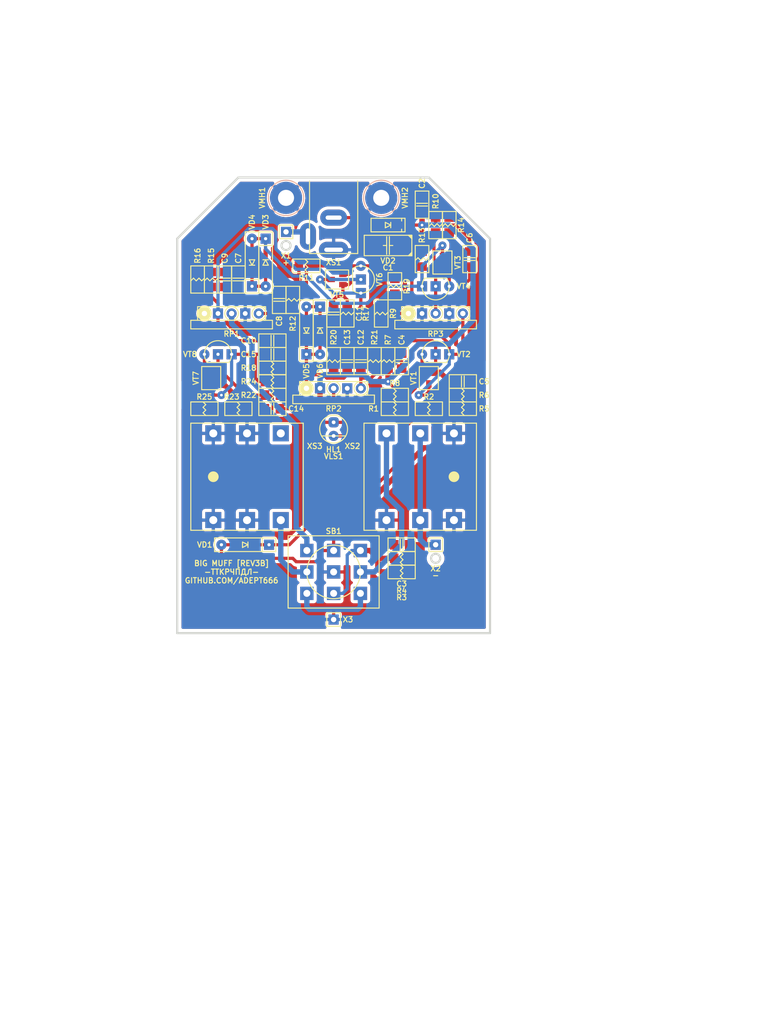
<source format=kicad_pcb>
(kicad_pcb (version 20171130) (host pcbnew 5.1.12-84ad8e8a86~92~ubuntu20.04.1)
  (title_block (title ТКП-1.30.B-2) (date 2025-06-21) (rev 3B) (company "Big Muff [REV3B] Bass") (comment 1 http://github.com/Adept666) (comment 2 "Igor Ivanov (Игорь Иванов)") (comment 3 -ТТКРЧПДЛ-) (comment 4 "This project is licensed under GNU General Public License v3.0 or later"))
  (layers (0 F.Cu signal) (31 B.Cu signal) (35 F.Paste user) (37 F.SilkS user) (38 B.Mask user) (39 F.Mask user) (44 Edge.Cuts user))
  (net 0 "")
  (net 1 COM)
  (net 2 "Net-(HL1-PadC)")
  (net 3 /LED)
  (net 4 "Net-(SB1-PadNC1)")
  (net 5 /IN-CON)
  (net 6 /OUT-CON)
  (net 7 /PP3-POS)
  (net 8 /PP3-NEG)
  (net 9 "Net-(C5-Pad2)")
  (net 10 "Net-(C6-Pad1)")
  (net 11 "Net-(C6-Pad2)")
  (net 12 "Net-(C7-Pad2)")
  (net 13 "Net-(C9-Pad2)")
  (net 14 "Net-(C10-Pad2)")
  (net 15 "Net-(C12-Pad2)")
  (net 16 "Net-(C13-Pad1)")
  (net 17 "Net-(C14-Pad1)")
  (net 18 "Net-(C15-Pad2)")
  (net 19 "Net-(C3-Pad1)")
  (net 20 V)
  (net 21 /IN-CIR)
  (net 22 /OUT-CIR)
  (net 23 "Net-(XS3-PadTN)")
  (net 24 "Net-(HL1-PadA)")
  (net 25 "Net-(R9-Pad2)")
  (net 26 "Net-(VD2-PadA)")
  (net 27 /1B)
  (net 28 /1C)
  (net 29 /2B)
  (net 30 /2C)
  (net 31 /3B)
  (net 32 /3C)
  (net 33 /4B)
  (net 34 /4C)
  (net 35 /1E)
  (net 36 /2E)
  (net 37 /3E)
  (net 38 /4E)
  (module SBKCL-TH-ML:P-SOD-123-OR-DO-35-V2 (layer F.Cu) (at 88.9 162.56)
    (fp_text reference VD1 (at -6.0325 0) (layer F.SilkS) (effects (font (thickness 0.2)) (justify right)))
    (fp_text value X)
    (pad A smd rect (at -1.7 0) (size 1.6 0.8) (layers F.Cu F.Paste F.Mask) (net 3 /LED))
    (pad C smd rect (at 1.7 0) (size 1.6 0.8) (layers F.Cu F.Paste F.Mask) (net 24 "Net-(HL1-PadA)"))
    (pad A thru_hole circle (at -4.445 0) (size 1.9 1.9) (drill 0.6) (layers *.Cu *.Mask) (net 3 /LED))
    (pad C thru_hole rect (at 4.445 0) (size 1.9 1.9) (drill 0.6) (layers *.Cu *.Mask) (net 24 "Net-(HL1-PadA)"))
  )
  (module KCL-SM:R-SM-1206 (layer F.Cu) (at 116.84 137.16 180)
    (fp_text reference R1 (at 2.8575 0 180) (layer F.SilkS) (effects (font (thickness 0.2)) (justify right)))
    (fp_text value 0)
    (pad 1 smd rect (at -1.4 0 180) (size 1.6 1.8) (layers F.Cu F.Paste F.Mask) (net 20 V))
    (pad 2 smd rect (at 1.4 0 180) (size 1.6 1.8) (layers F.Cu F.Paste F.Mask) (net 24 "Net-(HL1-PadA)"))
  )
  (module SBKCL-TH-ML:RPB-18-1x17-1.6-PNL-7.4-2.8 (layer F.Cu) (at 124.46 108.15)
    (fp_text reference RP3 (at 0 15.04) (layer F.SilkS) (effects (font (thickness 0.2))))
    (fp_text value A100K)
    (pad 3 thru_hole circle (at 5.08 11.23) (size 1.9 1.9) (drill 1) (layers *.Cu *.Mask) (net 9 "Net-(C5-Pad2)"))
    (pad NC2 thru_hole rect (at 2.54 11.23) (size 1.9 1.9) (drill 0.9) (layers *.Cu *.Mask) (net 1 COM))
    (pad 2 thru_hole circle (at 0 11.23) (size 1.9 1.9) (drill 1) (layers *.Cu *.Mask) (net 10 "Net-(C6-Pad1)"))
    (pad NC1 thru_hole rect (at -2.54 11.23) (size 1.9 1.9) (drill 0.9) (layers *.Cu *.Mask) (net 1 COM))
    (pad 1 thru_hole circle (at -5.08 11.23) (size 1.9 1.9) (drill 1) (layers *.Cu *.Mask) (net 25 "Net-(R9-Pad2)"))
  )
  (module SBKCL-TH-ML:RPB-18-1x17-1.6-PNL-7.4-2.8 (layer F.Cu) (at 105.41 122.12)
    (fp_text reference RP2 (at 0 15.04) (layer F.SilkS) (effects (font (thickness 0.2))))
    (fp_text value B100K)
    (pad 3 thru_hole circle (at 5.08 11.23) (size 1.9 1.9) (drill 1) (layers *.Cu *.Mask) (net 15 "Net-(C12-Pad2)"))
    (pad NC2 thru_hole rect (at 2.54 11.23) (size 1.9 1.9) (drill 0.9) (layers *.Cu *.Mask) (net 1 COM))
    (pad 2 thru_hole circle (at 0 11.23) (size 1.9 1.9) (drill 1) (layers *.Cu *.Mask) (net 17 "Net-(C14-Pad1)"))
    (pad NC1 thru_hole rect (at -2.54 11.23) (size 1.9 1.9) (drill 0.9) (layers *.Cu *.Mask) (net 20 V))
    (pad 1 thru_hole circle (at -5.08 11.23) (size 1.9 1.9) (drill 1) (layers *.Cu *.Mask) (net 16 "Net-(C13-Pad1)"))
  )
  (module SBKCL-TH-ML:RPB-18-1x17-1.6-PNL-7.4-2.8 (layer F.Cu) (at 86.36 108.15)
    (fp_text reference RP1 (at 0 15.04) (layer F.SilkS) (effects (font (thickness 0.2))))
    (fp_text value A100K)
    (pad 3 thru_hole circle (at 5.08 11.23) (size 1.9 1.9) (drill 1) (layers *.Cu *.Mask) (net 18 "Net-(C15-Pad2)"))
    (pad NC2 thru_hole rect (at 2.54 11.23) (size 1.9 1.9) (drill 0.9) (layers *.Cu *.Mask) (net 1 COM))
    (pad 2 thru_hole circle (at 0 11.23) (size 1.9 1.9) (drill 1) (layers *.Cu *.Mask) (net 22 /OUT-CIR))
    (pad NC1 thru_hole rect (at -2.54 11.23) (size 1.9 1.9) (drill 0.9) (layers *.Cu *.Mask) (net 31 /3B))
    (pad 1 thru_hole circle (at -5.08 11.23) (size 1.9 1.9) (drill 1) (layers *.Cu *.Mask) (net 1 COM))
  )
  (module KCL-VIRTUAL:VFM-1.0-3.0-SL (layer F.Cu) (at 128.27 172.72)
    (fp_text reference VFM3 hide)
    (fp_text value 1.0 hide)
    (pad "" smd circle (at 0 0) (size 1 1) (layers F.Cu F.Mask) (clearance 1.1))
  )
  (module KCL-VIRTUAL:VFM-1.0-3.0-SL (layer F.Cu) (at 82.55 172.72)
    (fp_text reference VFM2 hide)
    (fp_text value 1.0 hide)
    (pad "" smd circle (at 0 0) (size 1 1) (layers F.Cu F.Mask) (clearance 1.1))
  )
  (module KCL-VIRTUAL:VFM-1.0-3.0-SL (layer F.Cu) (at 82.55 104.14)
    (fp_text reference VFM1 hide)
    (fp_text value 1.0 hide)
    (pad "" smd circle (at 0 0) (size 1 1) (layers F.Cu F.Mask) (clearance 1.1))
  )
  (module KCL-SM:P-SOT-23-B-E-C (layer F.Cu) (at 82.55 131.445 180)
    (fp_text reference VT7 (at 2.8575 0 270) (layer F.SilkS) (effects (font (thickness 0.2))))
    (fp_text value 847)
    (pad C smd rect (at 0 -1.1 180) (size 1 1.4) (layers F.Cu F.Paste F.Mask) (net 34 /4C))
    (pad E smd rect (at 0.95 1.1 180) (size 1 1.4) (layers F.Cu F.Paste F.Mask) (net 38 /4E))
    (pad B smd rect (at -0.95 1.1 180) (size 1 1.4) (layers F.Cu F.Paste F.Mask) (net 33 /4B))
  )
  (module KCL-SM:P-SOT-23-B-E-C (layer F.Cu) (at 106.045 113.03 90)
    (fp_text reference VT5 (at -2.8575 0 180) (layer F.SilkS) (effects (font (thickness 0.2))))
    (fp_text value 847)
    (pad C smd rect (at 0 -1.1 90) (size 1 1.4) (layers F.Cu F.Paste F.Mask) (net 32 /3C))
    (pad E smd rect (at 0.95 1.1 90) (size 1 1.4) (layers F.Cu F.Paste F.Mask) (net 37 /3E))
    (pad B smd rect (at -0.95 1.1 90) (size 1 1.4) (layers F.Cu F.Paste F.Mask) (net 31 /3B))
  )
  (module KCL-SM:P-SOT-23-B-E-C (layer F.Cu) (at 125.73 109.855)
    (fp_text reference VT3 (at 2.8575 0 90) (layer F.SilkS) (effects (font (thickness 0.2))))
    (fp_text value 847)
    (pad B smd rect (at -0.95 1.1) (size 1 1.4) (layers F.Cu F.Paste F.Mask) (net 29 /2B))
    (pad E smd rect (at 0.95 1.1) (size 1 1.4) (layers F.Cu F.Paste F.Mask) (net 36 /2E))
    (pad C smd rect (at 0 -1.1) (size 1 1.4) (layers F.Cu F.Paste F.Mask) (net 30 /2C))
  )
  (module KCL-SM:P-SOT-23-B-E-C (layer F.Cu) (at 123.19 131.445 180)
    (fp_text reference VT1 (at 2.8575 0 270) (layer F.SilkS) (effects (font (thickness 0.2))))
    (fp_text value 847)
    (pad C smd rect (at 0 -1.1 180) (size 1 1.4) (layers F.Cu F.Paste F.Mask) (net 28 /1C))
    (pad E smd rect (at 0.95 1.1 180) (size 1 1.4) (layers F.Cu F.Paste F.Mask) (net 35 /1E))
    (pad B smd rect (at -0.95 1.1 180) (size 1 1.4) (layers F.Cu F.Paste F.Mask) (net 27 /1B))
  )
  (module KCL-TH-ML:P-TO-92-E-B-C (layer F.Cu) (at 110.49 113.03 270)
    (fp_text reference VT6 (at 0 -3.4925 270) (layer F.SilkS) (effects (font (thickness 0.2))))
    (fp_text value 547)
    (pad C thru_hole rect (at 2.54 0 270) (size 1.9 1.9) (drill 0.6) (layers *.Cu *.Mask) (net 32 /3C))
    (pad B thru_hole rect (at 0 0 270) (size 1.9 1.9) (drill 0.6) (layers *.Cu *.Mask) (net 31 /3B))
    (pad E thru_hole circle (at -2.54 0 270) (size 1.9 1.9) (drill 0.6) (layers *.Cu *.Mask) (net 37 /3E))
  )
  (module KCL-TH-ML:P-TO-92-E-B-C (layer F.Cu) (at 124.46 114.3 180)
    (fp_text reference VT4 (at -3.81 0 180) (layer F.SilkS) (effects (font (thickness 0.2)) (justify left)))
    (fp_text value 547)
    (pad C thru_hole rect (at 2.54 0 180) (size 1.9 1.9) (drill 0.6) (layers *.Cu *.Mask) (net 30 /2C))
    (pad B thru_hole rect (at 0 0 180) (size 1.9 1.9) (drill 0.6) (layers *.Cu *.Mask) (net 29 /2B))
    (pad E thru_hole circle (at -2.54 0 180) (size 1.9 1.9) (drill 0.6) (layers *.Cu *.Mask) (net 36 /2E))
  )
  (module KCL-TH-ML:P-TO-92-E-B-C (layer F.Cu) (at 124.46 127)
    (fp_text reference VT2 (at 3.81 0) (layer F.SilkS) (effects (font (thickness 0.2)) (justify left)))
    (fp_text value 547)
    (pad C thru_hole rect (at 2.54 0) (size 1.9 1.9) (drill 0.6) (layers *.Cu *.Mask) (net 28 /1C))
    (pad B thru_hole rect (at 0 0) (size 1.9 1.9) (drill 0.6) (layers *.Cu *.Mask) (net 27 /1B))
    (pad E thru_hole circle (at -2.54 0) (size 1.9 1.9) (drill 0.6) (layers *.Cu *.Mask) (net 35 /1E))
  )
  (module KCL-TH-ML:P-TO-92-E-B-C (layer F.Cu) (at 83.82 127)
    (fp_text reference VT8 (at -3.81 0) (layer F.SilkS) (effects (font (thickness 0.2)) (justify right)))
    (fp_text value 547)
    (pad C thru_hole rect (at 2.54 0) (size 1.9 1.9) (drill 0.6) (layers *.Cu *.Mask) (net 34 /4C))
    (pad B thru_hole rect (at 0 0) (size 1.9 1.9) (drill 0.6) (layers *.Cu *.Mask) (net 33 /4B))
    (pad E thru_hole circle (at -2.54 0) (size 1.9 1.9) (drill 0.6) (layers *.Cu *.Mask) (net 38 /4E))
  )
  (module KCL-SM:C-SM-1206 (layer F.Cu) (at 85.09 113.03 270)
    (fp_text reference C9 (at -2.8575 0 270) (layer F.SilkS) (effects (font (thickness 0.2)) (justify left)))
    (fp_text value 104)
    (pad 1 smd rect (at -1.4 0 270) (size 1.6 1.8) (layers F.Cu F.Paste F.Mask) (net 30 /2C))
    (pad 2 smd rect (at 1.4 0 270) (size 1.6 1.8) (layers F.Cu F.Paste F.Mask) (net 13 "Net-(C9-Pad2)"))
  )
  (module KCL-SM:C-SM-1206 (layer F.Cu) (at 93.98 124.46)
    (fp_text reference C10 (at -2.8575 0) (layer F.SilkS) (effects (font (thickness 0.2)) (justify right)))
    (fp_text value 683)
    (pad 1 smd rect (at -1.4 0) (size 1.6 1.8) (layers F.Cu F.Paste F.Mask) (net 31 /3B))
    (pad 2 smd rect (at 1.4 0) (size 1.6 1.8) (layers F.Cu F.Paste F.Mask) (net 14 "Net-(C10-Pad2)"))
  )
  (module KCL-SM:C-SM-1206 (layer F.Cu) (at 87.63 113.03 90)
    (fp_text reference C7 (at 2.8575 0 90) (layer F.SilkS) (effects (font (thickness 0.2)) (justify left)))
    (fp_text value 683)
    (pad 1 smd rect (at -1.4 0 90) (size 1.6 1.8) (layers F.Cu F.Paste F.Mask) (net 29 /2B))
    (pad 2 smd rect (at 1.4 0 90) (size 1.6 1.8) (layers F.Cu F.Paste F.Mask) (net 12 "Net-(C7-Pad2)"))
  )
  (module KCL-SM:C-SM-1206 (layer F.Cu) (at 121.92 99.06 90)
    (fp_text reference C2 (at 2.8575 0 90) (layer F.SilkS) (effects (font (thickness 0.2)) (justify left)))
    (fp_text value 104)
    (pad 2 smd rect (at 1.4 0 90) (size 1.6 1.8) (layers F.Cu F.Paste F.Mask) (net 1 COM))
    (pad 1 smd rect (at -1.4 0 90) (size 1.6 1.8) (layers F.Cu F.Paste F.Mask) (net 20 V))
  )
  (module KCL-SM:C-SM-1206 (layer F.Cu) (at 130.81 109.22 90)
    (fp_text reference C6 (at 2.8575 0 90) (layer F.SilkS) (effects (font (thickness 0.2)) (justify left)))
    (fp_text value 104)
    (pad 1 smd rect (at -1.4 0 90) (size 1.6 1.8) (layers F.Cu F.Paste F.Mask) (net 10 "Net-(C6-Pad1)"))
    (pad 2 smd rect (at 1.4 0 90) (size 1.6 1.8) (layers F.Cu F.Paste F.Mask) (net 11 "Net-(C6-Pad2)"))
  )
  (module KCL-SM:C-SM-1206 (layer F.Cu) (at 107.95 128.27 90)
    (fp_text reference C13 (at 2.8575 0 90) (layer F.SilkS) (effects (font (thickness 0.2)) (justify left)))
    (fp_text value 103)
    (pad 1 smd rect (at -1.4 0 90) (size 1.6 1.8) (layers F.Cu F.Paste F.Mask) (net 16 "Net-(C13-Pad1)"))
    (pad 2 smd rect (at 1.4 0 90) (size 1.6 1.8) (layers F.Cu F.Paste F.Mask) (net 1 COM))
  )
  (module KCL-SM:C-SM-1206 (layer F.Cu) (at 110.49 128.27 270)
    (fp_text reference C12 (at -2.8575 0 270) (layer F.SilkS) (effects (font (thickness 0.2)) (justify left)))
    (fp_text value 332)
    (pad 1 smd rect (at -1.4 0 270) (size 1.6 1.8) (layers F.Cu F.Paste F.Mask) (net 32 /3C))
    (pad 2 smd rect (at 1.4 0 270) (size 1.6 1.8) (layers F.Cu F.Paste F.Mask) (net 15 "Net-(C12-Pad2)"))
  )
  (module KCL-SM:C-SM-1206 (layer F.Cu) (at 129.54 132.08)
    (fp_text reference C5 (at 2.8575 0) (layer F.SilkS) (effects (font (thickness 0.2)) (justify left)))
    (fp_text value 104)
    (pad 2 smd rect (at 1.4 0) (size 1.6 1.8) (layers F.Cu F.Paste F.Mask) (net 9 "Net-(C5-Pad2)"))
    (pad 1 smd rect (at -1.4 0) (size 1.6 1.8) (layers F.Cu F.Paste F.Mask) (net 28 /1C))
  )
  (module KCL-SM:C-SM-1206 (layer F.Cu) (at 93.98 127)
    (fp_text reference C15 (at -2.8575 0) (layer F.SilkS) (effects (font (thickness 0.2)) (justify right)))
    (fp_text value 104)
    (pad 1 smd rect (at -1.4 0) (size 1.6 1.8) (layers F.Cu F.Paste F.Mask) (net 34 /4C))
    (pad 2 smd rect (at 1.4 0) (size 1.6 1.8) (layers F.Cu F.Paste F.Mask) (net 18 "Net-(C15-Pad2)"))
  )
  (module KCL-SM:C-SM-1206 (layer F.Cu) (at 93.98 137.16 180)
    (fp_text reference C14 (at -2.8575 0 180) (layer F.SilkS) (effects (font (thickness 0.2)) (justify left)))
    (fp_text value 105)
    (pad 1 smd rect (at -1.4 0 180) (size 1.6 1.8) (layers F.Cu F.Paste F.Mask) (net 17 "Net-(C14-Pad1)"))
    (pad 2 smd rect (at 1.4 0 180) (size 1.6 1.8) (layers F.Cu F.Paste F.Mask) (net 33 /4B))
  )
  (module KCL-SM:C-SM-1206 (layer F.Cu) (at 118.11 162.56 180)
    (fp_text reference C3 (at 0 -7.3025 180) (layer F.SilkS) (effects (font (thickness 0.2))))
    (fp_text value 105)
    (pad 2 smd rect (at 1.4 0 180) (size 1.6 1.8) (layers F.Cu F.Paste F.Mask) (net 27 /1B))
    (pad 1 smd rect (at -1.4 0 180) (size 1.6 1.8) (layers F.Cu F.Paste F.Mask) (net 19 "Net-(C3-Pad1)"))
  )
  (module KCL-SM:R-SM-1206 (layer F.Cu) (at 118.11 167.64 180)
    (fp_text reference R3 (at 0 -4.7625 180) (layer F.SilkS) (effects (font (thickness 0.2))))
    (fp_text value 105)
    (pad 2 smd rect (at 1.4 0 180) (size 1.6 1.8) (layers F.Cu F.Paste F.Mask) (net 21 /IN-CIR))
    (pad 1 smd rect (at -1.4 0 180) (size 1.6 1.8) (layers F.Cu F.Paste F.Mask) (net 1 COM))
  )
  (module KCL-SM:CP-CTSMD-C (layer F.Cu) (at 115.57 106.68 180)
    (fp_text reference C1 (at 0 -4.1275 180) (layer F.SilkS) (effects (font (thickness 0.2))))
    (fp_text value 106)
    (pad - smd rect (at 2.5 0 180) (size 2.6 2.2) (layers F.Cu F.Paste F.Mask) (net 1 COM))
    (pad + smd rect (at -2.5 0 180) (size 2.6 2.2) (layers F.Cu F.Paste F.Mask) (net 20 V))
  )
  (module KCL-SM:P-SOD-123 (layer F.Cu) (at 115.57 102.87)
    (fp_text reference VD2 (at 0 6.6675) (layer F.SilkS) (effects (font (thickness 0.2))))
    (fp_text value 0520)
    (pad C smd rect (at 1.7 0) (size 1.6 0.8) (layers F.Cu F.Paste F.Mask) (net 20 V))
    (pad A smd rect (at -1.7 0) (size 1.6 0.8) (layers F.Cu F.Paste F.Mask) (net 26 "Net-(VD2-PadA)"))
  )
  (module SBKCL-TH-ML:P-SOD-123-OR-DO-35-V2 (layer F.Cu) (at 100.33 122.555 270)
    (fp_text reference VD5 (at 6.0325 0 270) (layer F.SilkS) (effects (font (thickness 0.2)) (justify right)))
    (fp_text value 4148)
    (pad C thru_hole rect (at 4.445 0 270) (size 1.9 1.9) (drill 0.6) (layers *.Cu *.Mask) (net 32 /3C))
    (pad A thru_hole circle (at -4.445 0 270) (size 1.9 1.9) (drill 0.6) (layers *.Cu *.Mask) (net 14 "Net-(C10-Pad2)"))
    (pad C smd rect (at 1.7 0 270) (size 1.6 0.8) (layers F.Cu F.Paste F.Mask) (net 32 /3C))
    (pad A smd rect (at -1.7 0 270) (size 1.6 0.8) (layers F.Cu F.Paste F.Mask) (net 14 "Net-(C10-Pad2)"))
  )
  (module SBKCL-TH-ML:P-SOD-123-OR-DO-35-V2 (layer F.Cu) (at 102.87 122.555 90)
    (fp_text reference VD6 (at -6.0325 0 90) (layer F.SilkS) (effects (font (thickness 0.2)) (justify right)))
    (fp_text value 4148)
    (pad C thru_hole rect (at 4.445 0 90) (size 1.9 1.9) (drill 0.6) (layers *.Cu *.Mask) (net 14 "Net-(C10-Pad2)"))
    (pad A thru_hole circle (at -4.445 0 90) (size 1.9 1.9) (drill 0.6) (layers *.Cu *.Mask) (net 32 /3C))
    (pad C smd rect (at 1.7 0 90) (size 1.6 0.8) (layers F.Cu F.Paste F.Mask) (net 14 "Net-(C10-Pad2)"))
    (pad A smd rect (at -1.7 0 90) (size 1.6 0.8) (layers F.Cu F.Paste F.Mask) (net 32 /3C))
  )
  (module SBKCL-TH-ML:P-SOD-123-OR-DO-35-V2 (layer F.Cu) (at 90.17 109.855 270)
    (fp_text reference VD4 (at -6.0325 0 270) (layer F.SilkS) (effects (font (thickness 0.2)) (justify left)))
    (fp_text value 4148)
    (pad C thru_hole rect (at 4.445 0 270) (size 1.9 1.9) (drill 0.6) (layers *.Cu *.Mask) (net 12 "Net-(C7-Pad2)"))
    (pad A thru_hole circle (at -4.445 0 270) (size 1.9 1.9) (drill 0.6) (layers *.Cu *.Mask) (net 30 /2C))
    (pad C smd rect (at 1.7 0 270) (size 1.6 0.8) (layers F.Cu F.Paste F.Mask) (net 12 "Net-(C7-Pad2)"))
    (pad A smd rect (at -1.7 0 270) (size 1.6 0.8) (layers F.Cu F.Paste F.Mask) (net 30 /2C))
  )
  (module SBKCL-TH-ML:P-SOD-123-OR-DO-35-V2 (layer F.Cu) (at 92.71 109.855 90)
    (fp_text reference VD3 (at 6.0325 0 90) (layer F.SilkS) (effects (font (thickness 0.2)) (justify left)))
    (fp_text value 4148)
    (pad C thru_hole rect (at 4.445 0 90) (size 1.9 1.9) (drill 0.6) (layers *.Cu *.Mask) (net 30 /2C))
    (pad A thru_hole circle (at -4.445 0 90) (size 1.9 1.9) (drill 0.6) (layers *.Cu *.Mask) (net 12 "Net-(C7-Pad2)"))
    (pad C smd rect (at 1.7 0 90) (size 1.6 0.8) (layers F.Cu F.Paste F.Mask) (net 30 /2C))
    (pad A smd rect (at -1.7 0 90) (size 1.6 0.8) (layers F.Cu F.Paste F.Mask) (net 12 "Net-(C7-Pad2)"))
  )
  (module SBKCL-TH-ML:CON-PJ-644C-IN-OR-OUT (layer F.Cu) (at 132.08 149.86 90)
    (fp_text reference XS2 (at 5.715 -21.59 180) (layer F.SilkS) (effects (font (thickness 0.2)) (justify right)))
    (fp_text value PJ-644C)
    (pad TN thru_hole rect (at -8.1 -16.8 90) (size 3 3) (drill 1.5) (layers *.Cu *.Mask) (net 1 COM))
    (pad RN thru_hole rect (at -8.1 -10.5 90) (size 3 3) (drill 1.5) (layers *.Cu *.Mask) (net 8 /PP3-NEG))
    (pad SN thru_hole rect (at -8.1 -4.2 90) (size 3 3) (drill 1.5) (layers *.Cu *.Mask) (net 1 COM))
    (pad T thru_hole rect (at 8.1 -16.8 90) (size 3 3) (drill 1.5) (layers *.Cu *.Mask) (net 5 /IN-CON))
    (pad R thru_hole rect (at 8.1 -10.5 90) (size 3 3) (drill 1.5) (layers *.Cu *.Mask) (net 8 /PP3-NEG))
    (pad S thru_hole rect (at 8.1 -4.2 90) (size 3 3) (drill 1.5) (layers *.Cu *.Mask) (net 1 COM))
  )
  (module SBKCL-TH-ML:CON-PJ-644C-IN-OR-OUT (layer F.Cu) (at 78.74 149.86 270)
    (fp_text reference XS3 (at -5.715 -21.59) (layer F.SilkS) (effects (font (thickness 0.2)) (justify left)))
    (fp_text value PJ-644C)
    (pad TN thru_hole rect (at -8.1 -16.8 270) (size 3 3) (drill 1.5) (layers *.Cu *.Mask) (net 23 "Net-(XS3-PadTN)"))
    (pad RN thru_hole rect (at -8.1 -10.5 270) (size 3 3) (drill 1.5) (layers *.Cu *.Mask) (net 1 COM))
    (pad SN thru_hole rect (at -8.1 -4.2 270) (size 3 3) (drill 1.5) (layers *.Cu *.Mask) (net 1 COM))
    (pad T thru_hole rect (at 8.1 -16.8 270) (size 3 3) (drill 1.5) (layers *.Cu *.Mask) (net 6 /OUT-CON))
    (pad R thru_hole rect (at 8.1 -10.5 270) (size 3 3) (drill 1.5) (layers *.Cu *.Mask) (net 1 COM))
    (pad S thru_hole rect (at 8.1 -4.2 270) (size 3 3) (drill 1.5) (layers *.Cu *.Mask) (net 1 COM))
  )
  (module SBKCL-TH-ML:CON-DC-005-9V-OVAL (layer F.Cu) (at 105.41 93.98 180)
    (fp_text reference XS1 (at 0 -15.875 180) (layer F.SilkS) (effects (font (thickness 0.2))))
    (fp_text value DC-005)
    (pad C thru_hole oval (at 0 -13.5 180) (size 5.5 3) (drill oval 3.5 0.8) (layers *.Cu *.Mask) (net 1 COM))
    (pad SN thru_hole oval (at 4.8 -11 180) (size 3 5) (drill oval 0.8 3) (layers *.Cu *.Mask) (net 7 /PP3-POS))
    (pad S thru_hole oval (at 0 -7.5 180) (size 5 3) (drill oval 3 0.8) (layers *.Cu *.Mask) (net 26 "Net-(VD2-PadA)"))
  )
  (module KCL-TH-ML:LED-ROUND-05.0-UNI-SH-SPACER-PNL-5.3 (layer F.Cu) (at 105.41 140.97 90)
    (fp_text reference HL1 (at -3.81 0 180) (layer F.SilkS) (effects (font (thickness 0.2))))
    (fp_text value FYL-5013UWC)
    (pad C thru_hole circle (at -1.27 0 90) (size 1.9 1.9) (drill 0.7) (layers *.Cu *.Mask) (net 2 "Net-(HL1-PadC)"))
    (pad A thru_hole roundrect (at 1.27 0 90) (size 1.9 1.9) (drill 0.7) (layers *.Cu *.Mask) (roundrect_rratio 0.3) (net 24 "Net-(HL1-PadA)"))
  )
  (module KCL-VIRTUAL:VLS-BR-P (layer F.Cu) (at 105.41 140.97 90)
    (fp_text reference VLS1 (at -5.08 0 180) (layer F.SilkS) (effects (font (thickness 0.2))))
    (fp_text value BR-12.7)
  )
  (module KCL-TH-ML:SW-PBS-24-302SP-2.5-PNL-13.0 (layer F.Cu) (at 105.41 167.64)
    (fp_text reference SB1 (at 0 -7.62) (layer F.SilkS) (effects (font (thickness 0.2))))
    (fp_text value PBS-24-302SP)
    (pad COM3 thru_hole rect (at 5 0) (size 2.5 2.5) (drill 1.3) (layers *.Cu *.Mask) (net 5 /IN-CON))
    (pad NC3 thru_hole rect (at 5 4) (size 2.5 2.5) (drill 1.3) (layers *.Cu *.Mask) (net 4 "Net-(SB1-PadNC1)"))
    (pad NO3 thru_hole rect (at 5 -4) (size 2.5 2.5) (drill 1.3) (layers *.Cu *.Mask) (net 21 /IN-CIR))
    (pad COM2 thru_hole rect (at 0 0) (size 2.5 2.5) (drill 1.3) (layers *.Cu *.Mask) (net 1 COM))
    (pad NC2 thru_hole rect (at 0 4) (size 2.5 2.5) (drill 1.3) (layers *.Cu *.Mask) (net 21 /IN-CIR))
    (pad NO2 thru_hole rect (at 0 -4) (size 2.5 2.5) (drill 1.3) (layers *.Cu *.Mask) (net 3 /LED))
    (pad NO1 thru_hole rect (at -5 -4) (size 2.5 2.5) (drill 1.3) (layers *.Cu *.Mask) (net 22 /OUT-CIR))
    (pad COM1 thru_hole rect (at -5 0) (size 2.5 2.5) (drill 1.3) (layers *.Cu *.Mask) (net 6 /OUT-CON))
    (pad NC1 thru_hole rect (at -5 4) (size 2.5 2.5) (drill 1.3) (layers *.Cu *.Mask) (net 4 "Net-(SB1-PadNC1)"))
  )
  (module KCL-TH-ML:VMH-STA-DA5-PNL-3.0 (layer F.Cu) (at 114.3 97.79)
    (fp_text reference VMH2 (at 4.445 0 90) (layer F.SilkS) (effects (font (thickness 0.2))))
    (fp_text value DI5M3x18)
    (pad 0 thru_hole circle (at 0 0) (size 6 6) (drill 3) (layers *.Cu *.Mask) (net 1 COM))
  )
  (module KCL-TH-ML:VMH-STA-DA5-PNL-3.0 (layer F.Cu) (at 96.52 97.79)
    (fp_text reference VMH1 (at -4.445 0 90) (layer F.SilkS) (effects (font (thickness 0.2))))
    (fp_text value DI5M3x18)
    (pad 0 thru_hole circle (at 0 0) (size 6 6) (drill 3) (layers *.Cu *.Mask) (net 1 COM))
  )
  (module KCL-TH-ML:CON-PAD-S-1.0-1.9 (layer F.Cu) (at 124.46 162.56)
    (fp_text reference X2 (at 0 4.445) (layer F.SilkS) (effects (font (thickness 0.2))))
    (fp_text value -)
    (pad 1 thru_hole rect (at 0 0) (size 1.9 1.9) (drill 1) (layers *.Cu *.Mask) (net 8 /PP3-NEG))
  )
  (module KCL-TH-ML:CON-PAD-S-1.0-1.9 (layer F.Cu) (at 96.52 104.14)
    (fp_text reference X1 (at 0 4.445) (layer F.SilkS) (effects (font (thickness 0.2))))
    (fp_text value +)
    (pad 1 thru_hole rect (at 0 0) (size 1.9 1.9) (drill 1) (layers *.Cu *.Mask) (net 7 /PP3-POS))
  )
  (module KCL-TH-ML:CON-PAD-S-1.0-1.9 (layer F.Cu) (at 105.41 176.53)
    (fp_text reference X3 (at 1.5875 0) (layer F.SilkS) (effects (font (thickness 0.2)) (justify left)))
    (fp_text value COM)
    (pad 1 thru_hole rect (at 0 0) (size 1.9 1.9) (drill 1) (layers *.Cu *.Mask) (net 1 COM))
  )
  (module SBEL:B013_E1 (layer F.Cu) (at 105.41 148.59)
    (fp_text reference VE1 hide)
    (fp_text value B013 hide)
  )
  (module KCL-VIRTUAL:B-PP3-HV (layer F.Cu) (at 105.41 187.96)
    (fp_text reference GB1 hide)
    (fp_text value PP3 hide)
  )
  (module KCL-SM:C-SM-1206 (layer F.Cu) (at 95.25 116.84 90)
    (fp_text reference C8 (at -2.8575 0 90) (layer F.SilkS) (effects (font (thickness 0.2)) (justify right)))
    (fp_text value 471)
    (pad 2 smd rect (at 1.4 0 90) (size 1.6 1.8) (layers F.Cu F.Paste F.Mask) (net 30 /2C))
    (pad 1 smd rect (at -1.4 0 90) (size 1.6 1.8) (layers F.Cu F.Paste F.Mask) (net 29 /2B))
  )
  (module KCL-SM:C-SM-1206 (layer F.Cu) (at 105.41 119.38 270)
    (fp_text reference C11 (at 0 -4.7625 270) (layer F.SilkS) (effects (font (thickness 0.2))))
    (fp_text value 471)
    (pad 1 smd rect (at -1.4 0 270) (size 1.6 1.8) (layers F.Cu F.Paste F.Mask) (net 31 /3B))
    (pad 2 smd rect (at 1.4 0 270) (size 1.6 1.8) (layers F.Cu F.Paste F.Mask) (net 32 /3C))
  )
  (module KCL-SM:C-SM-1206 (layer F.Cu) (at 118.11 128.27 270)
    (fp_text reference C4 (at -2.8575 0 270) (layer F.SilkS) (effects (font (thickness 0.2)) (justify left)))
    (fp_text value 471)
    (pad 1 smd rect (at -1.4 0 270) (size 1.6 1.8) (layers F.Cu F.Paste F.Mask) (net 27 /1B))
    (pad 2 smd rect (at 1.4 0 270) (size 1.6 1.8) (layers F.Cu F.Paste F.Mask) (net 28 /1C))
  )
  (module KCL-SM:R-SM-1206 (layer F.Cu) (at 129.54 134.62)
    (fp_text reference R6 (at 2.8575 0) (layer F.SilkS) (effects (font (thickness 0.2)) (justify left)))
    (fp_text value 474)
    (pad 1 smd rect (at -1.4 0) (size 1.6 1.8) (layers F.Cu F.Paste F.Mask) (net 27 /1B))
    (pad 2 smd rect (at 1.4 0) (size 1.6 1.8) (layers F.Cu F.Paste F.Mask) (net 28 /1C))
  )
  (module KCL-SM:R-SM-1206 (layer F.Cu) (at 129.54 137.16 180)
    (fp_text reference R5 (at -2.8575 0 180) (layer F.SilkS) (effects (font (thickness 0.2)) (justify left)))
    (fp_text value 104)
    (pad 1 smd rect (at -1.4 0 180) (size 1.6 1.8) (layers F.Cu F.Paste F.Mask) (net 1 COM))
    (pad 2 smd rect (at 1.4 0 180) (size 1.6 1.8) (layers F.Cu F.Paste F.Mask) (net 27 /1B))
  )
  (module KCL-SM:R-SM-1206 (layer F.Cu) (at 118.11 165.1)
    (fp_text reference R4 (at 0 6.0325) (layer F.SilkS) (effects (font (thickness 0.2))))
    (fp_text value 393)
    (pad 2 smd rect (at 1.4 0) (size 1.6 1.8) (layers F.Cu F.Paste F.Mask) (net 19 "Net-(C3-Pad1)"))
    (pad 1 smd rect (at -1.4 0) (size 1.6 1.8) (layers F.Cu F.Paste F.Mask) (net 21 /IN-CIR))
  )
  (module KCL-SM:R-SM-1206 (layer F.Cu) (at 115.57 128.27 270)
    (fp_text reference R7 (at -2.8575 0 270) (layer F.SilkS) (effects (font (thickness 0.2)) (justify left)))
    (fp_text value 123)
    (pad 1 smd rect (at -1.4 0 270) (size 1.6 1.8) (layers F.Cu F.Paste F.Mask) (net 28 /1C))
    (pad 2 smd rect (at 1.4 0 270) (size 1.6 1.8) (layers F.Cu F.Paste F.Mask) (net 20 V))
  )
  (module KCL-SM:R-SM-1206 (layer F.Cu) (at 113.03 128.27 90)
    (fp_text reference R21 (at 2.8575 0 90) (layer F.SilkS) (effects (font (thickness 0.2)) (justify left)))
    (fp_text value 223)
    (pad 1 smd rect (at -1.4 0 90) (size 1.6 1.8) (layers F.Cu F.Paste F.Mask) (net 15 "Net-(C12-Pad2)"))
    (pad 2 smd rect (at 1.4 0 90) (size 1.6 1.8) (layers F.Cu F.Paste F.Mask) (net 1 COM))
  )
  (module KCL-SM:R-SM-1206 (layer F.Cu) (at 116.84 134.62)
    (fp_text reference R8 (at 0 -2.2225) (layer F.SilkS) (effects (font (thickness 0.2))))
    (fp_text value 391)
    (pad 2 smd rect (at 1.4 0) (size 1.6 1.8) (layers F.Cu F.Paste F.Mask) (net 35 /1E))
    (pad 1 smd rect (at -1.4 0) (size 1.6 1.8) (layers F.Cu F.Paste F.Mask) (net 1 COM))
  )
  (module KCL-SM:R-SM-1206 (layer F.Cu) (at 127 102.87 270)
    (fp_text reference R14 (at 0 -2.2225 270) (layer F.SilkS) (effects (font (thickness 0.2))))
    (fp_text value 391)
    (pad 2 smd rect (at 1.4 0 270) (size 1.6 1.8) (layers F.Cu F.Paste F.Mask) (net 36 /2E))
    (pad 1 smd rect (at -1.4 0 270) (size 1.6 1.8) (layers F.Cu F.Paste F.Mask) (net 1 COM))
  )
  (module KCL-SM:R-SM-1206 (layer F.Cu) (at 100.33 110.49)
    (fp_text reference R11 (at 0 2.2225) (layer F.SilkS) (effects (font (thickness 0.2))))
    (fp_text value 104)
    (pad 1 smd rect (at -1.4 0) (size 1.6 1.8) (layers F.Cu F.Paste F.Mask) (net 1 COM))
    (pad 2 smd rect (at 1.4 0) (size 1.6 1.8) (layers F.Cu F.Paste F.Mask) (net 29 /2B))
  )
  (module KCL-SM:R-SM-1206 (layer F.Cu) (at 124.46 102.87 270)
    (fp_text reference R10 (at -2.8575 0 270) (layer F.SilkS) (effects (font (thickness 0.2)) (justify left)))
    (fp_text value 103)
    (pad 2 smd rect (at 1.4 0 270) (size 1.6 1.8) (layers F.Cu F.Paste F.Mask) (net 29 /2B))
    (pad 1 smd rect (at -1.4 0 270) (size 1.6 1.8) (layers F.Cu F.Paste F.Mask) (net 11 "Net-(C6-Pad2)"))
  )
  (module KCL-SM:R-SM-1206 (layer F.Cu) (at 114.3 119.38 90)
    (fp_text reference R9 (at 0 2.2225 90) (layer F.SilkS) (effects (font (thickness 0.2))))
    (fp_text value 102)
    (pad 1 smd rect (at -1.4 0 90) (size 1.6 1.8) (layers F.Cu F.Paste F.Mask) (net 1 COM))
    (pad 2 smd rect (at 1.4 0 90) (size 1.6 1.8) (layers F.Cu F.Paste F.Mask) (net 25 "Net-(R9-Pad2)"))
  )
  (module KCL-SM:R-SM-1206 (layer F.Cu) (at 80.01 113.03 270)
    (fp_text reference R16 (at -2.8575 0 270) (layer F.SilkS) (effects (font (thickness 0.2)) (justify left)))
    (fp_text value 104)
    (pad 1 smd rect (at -1.4 0 270) (size 1.6 1.8) (layers F.Cu F.Paste F.Mask) (net 1 COM))
    (pad 2 smd rect (at 1.4 0 270) (size 1.6 1.8) (layers F.Cu F.Paste F.Mask) (net 31 /3B))
  )
  (module KCL-SM:R-SM-1206 (layer F.Cu) (at 116.84 114.3 90)
    (fp_text reference R19 (at 0 2.2225 90) (layer F.SilkS) (effects (font (thickness 0.2))))
    (fp_text value 391)
    (pad 1 smd rect (at -1.4 0 90) (size 1.6 1.8) (layers F.Cu F.Paste F.Mask) (net 1 COM))
    (pad 2 smd rect (at 1.4 0 90) (size 1.6 1.8) (layers F.Cu F.Paste F.Mask) (net 37 /3E))
  )
  (module KCL-SM:R-SM-1206 (layer F.Cu) (at 121.92 109.22 90)
    (fp_text reference R13 (at 2.8575 0 90) (layer F.SilkS) (effects (font (thickness 0.2)) (justify left)))
    (fp_text value 123)
    (pad 1 smd rect (at -1.4 0 90) (size 1.6 1.8) (layers F.Cu F.Paste F.Mask) (net 30 /2C))
    (pad 2 smd rect (at 1.4 0 90) (size 1.6 1.8) (layers F.Cu F.Paste F.Mask) (net 20 V))
  )
  (module KCL-SM:R-SM-1206 (layer F.Cu) (at 97.79 116.84 90)
    (fp_text reference R12 (at -2.8575 0 90) (layer F.SilkS) (effects (font (thickness 0.2)) (justify right)))
    (fp_text value 474)
    (pad 1 smd rect (at -1.4 0 90) (size 1.6 1.8) (layers F.Cu F.Paste F.Mask) (net 29 /2B))
    (pad 2 smd rect (at 1.4 0 90) (size 1.6 1.8) (layers F.Cu F.Paste F.Mask) (net 30 /2C))
  )
  (module KCL-SM:R-SM-1206 (layer F.Cu) (at 107.95 119.38 270)
    (fp_text reference R17 (at 0 -3.4925 270) (layer F.SilkS) (effects (font (thickness 0.2))))
    (fp_text value 474)
    (pad 1 smd rect (at -1.4 0 270) (size 1.6 1.8) (layers F.Cu F.Paste F.Mask) (net 31 /3B))
    (pad 2 smd rect (at 1.4 0 270) (size 1.6 1.8) (layers F.Cu F.Paste F.Mask) (net 32 /3C))
  )
  (module KCL-SM:R-SM-1206 (layer F.Cu) (at 82.55 113.03 270)
    (fp_text reference R15 (at -2.8575 0 270) (layer F.SilkS) (effects (font (thickness 0.2)) (justify left)))
    (fp_text value 103)
    (pad 2 smd rect (at 1.4 0 270) (size 1.6 1.8) (layers F.Cu F.Paste F.Mask) (net 31 /3B))
    (pad 1 smd rect (at -1.4 0 270) (size 1.6 1.8) (layers F.Cu F.Paste F.Mask) (net 13 "Net-(C9-Pad2)"))
  )
  (module KCL-SM:R-SM-1206 (layer F.Cu) (at 105.41 128.27 270)
    (fp_text reference R20 (at -2.8575 0 270) (layer F.SilkS) (effects (font (thickness 0.2)) (justify left)))
    (fp_text value 223)
    (pad 1 smd rect (at -1.4 0 270) (size 1.6 1.8) (layers F.Cu F.Paste F.Mask) (net 32 /3C))
    (pad 2 smd rect (at 1.4 0 270) (size 1.6 1.8) (layers F.Cu F.Paste F.Mask) (net 16 "Net-(C13-Pad1)"))
  )
  (module KCL-SM:R-SM-1206 (layer F.Cu) (at 93.98 129.54 180)
    (fp_text reference R18 (at 2.8575 0 180) (layer F.SilkS) (effects (font (thickness 0.2)) (justify right)))
    (fp_text value 123)
    (pad 1 smd rect (at -1.4 0 180) (size 1.6 1.8) (layers F.Cu F.Paste F.Mask) (net 32 /3C))
    (pad 2 smd rect (at 1.4 0 180) (size 1.6 1.8) (layers F.Cu F.Paste F.Mask) (net 20 V))
  )
  (module KCL-SM:R-SM-1206 (layer F.Cu) (at 93.98 132.08)
    (fp_text reference R24 (at -2.8575 0) (layer F.SilkS) (effects (font (thickness 0.2)) (justify right)))
    (fp_text value 103)
    (pad 1 smd rect (at -1.4 0) (size 1.6 1.8) (layers F.Cu F.Paste F.Mask) (net 34 /4C))
    (pad 2 smd rect (at 1.4 0) (size 1.6 1.8) (layers F.Cu F.Paste F.Mask) (net 20 V))
  )
  (module KCL-SM:R-SM-1206 (layer F.Cu) (at 93.98 134.62)
    (fp_text reference R22 (at -2.8575 0) (layer F.SilkS) (effects (font (thickness 0.2)) (justify right)))
    (fp_text value 474)
    (pad 1 smd rect (at -1.4 0) (size 1.6 1.8) (layers F.Cu F.Paste F.Mask) (net 33 /4B))
    (pad 2 smd rect (at 1.4 0) (size 1.6 1.8) (layers F.Cu F.Paste F.Mask) (net 20 V))
  )
  (module KCL-SM:R-SM-1206 (layer F.Cu) (at 87.63 137.16)
    (fp_text reference R23 (at -1.27 -2.2225) (layer F.SilkS) (effects (font (thickness 0.2))))
    (fp_text value 104)
    (pad 2 smd rect (at 1.4 0) (size 1.6 1.8) (layers F.Cu F.Paste F.Mask) (net 33 /4B))
    (pad 1 smd rect (at -1.4 0) (size 1.6 1.8) (layers F.Cu F.Paste F.Mask) (net 1 COM))
  )
  (module KCL-SM:R-SM-1206 (layer F.Cu) (at 81.28 137.16 180)
    (fp_text reference R25 (at 0 2.2225 180) (layer F.SilkS) (effects (font (thickness 0.2))))
    (fp_text value 272)
    (pad 2 smd rect (at 1.4 0 180) (size 1.6 1.8) (layers F.Cu F.Paste F.Mask) (net 38 /4E))
    (pad 1 smd rect (at -1.4 0 180) (size 1.6 1.8) (layers F.Cu F.Paste F.Mask) (net 1 COM))
  )
  (module KCL-SM:R-SM-1206 (layer F.Cu) (at 123.19 137.16 180)
    (fp_text reference R2 (at 0 2.2225 180) (layer F.SilkS) (effects (font (thickness 0.2))))
    (fp_text value 103)
    (pad 1 smd rect (at -1.4 0 180) (size 1.6 1.8) (layers F.Cu F.Paste F.Mask) (net 3 /LED))
    (pad 2 smd rect (at 1.4 0 180) (size 1.6 1.8) (layers F.Cu F.Paste F.Mask) (net 2 "Net-(HL1-PadC)"))
  )
  (gr_text - (at 124.46 168.275) (layer F.SilkS) (effects (font (size 1 1) (thickness 0.2))))
  (gr_text + (at 96.52 109.855) (layer F.SilkS) (effects (font (size 1 1) (thickness 0.2))))
  (gr_text "BIG MUFF [REV3B]\n-ТТКРЧПДЛ-\nGITHUB.COM/ADEPT666" (at 86.36 167.64) (layer F.SilkS) (effects (font (size 1 1) (thickness 0.2))))
  (gr_circle (center 124.46 165.1) (end 125.31 165.1) (layer Edge.Cuts) (width 0.4))
  (gr_circle (center 96.52 106.68) (end 97.37 106.68) (layer Edge.Cuts) (width 0.4))
  (gr_line (start 123.19 93.98) (end 134.62 105.41) (layer Edge.Cuts) (width 0.4))
  (gr_line (start 76.2 105.41) (end 87.63 93.98) (layer Edge.Cuts) (width 0.4))
  (gr_line (start 134.62 105.41) (end 134.62 179.07) (layer Edge.Cuts) (width 0.4))
  (gr_line (start 76.2 105.41) (end 76.2 179.07) (layer Edge.Cuts) (width 0.4))
  (gr_line (start 76.2 179.07) (end 134.62 179.07) (layer Edge.Cuts) (width 0.4))
  (gr_line (start 87.63 93.98) (end 123.19 93.98) (layer Edge.Cuts) (width 0.4))
  (segment (start 120.65 137.16) (end 121.79 137.16) (width 0.6) (layer F.Cu) (net 2))
  (segment (start 120.015 137.795) (end 120.65 137.16) (width 0.6) (layer F.Cu) (net 2))
  (segment (start 120.015 138.1125) (end 120.015 137.795) (width 0.6) (layer F.Cu) (net 2))
  (segment (start 119.0625 139.065) (end 120.015 138.1125) (width 0.6) (layer F.Cu) (net 2))
  (segment (start 113.665 139.065) (end 119.0625 139.065) (width 0.6) (layer F.Cu) (net 2))
  (segment (start 110.49 142.24) (end 113.665 139.065) (width 0.6) (layer F.Cu) (net 2))
  (segment (start 105.41 142.24) (end 110.49 142.24) (width 0.6) (layer F.Cu) (net 2))
  (segment (start 87.2 162.56) (end 84.455 162.56) (width 0.6) (layer F.Cu) (net 3))
  (segment (start 103.315 163.64) (end 105.41 163.64) (width 0.6) (layer F.Cu) (net 3))
  (segment (start 102.87 164.085) (end 103.315 163.64) (width 0.6) (layer F.Cu) (net 3))
  (segment (start 102.87 165.1) (end 102.87 164.085) (width 0.6) (layer F.Cu) (net 3))
  (segment (start 102.235 165.735) (end 102.87 165.1) (width 0.6) (layer F.Cu) (net 3))
  (segment (start 98.425 165.735) (end 102.235 165.735) (width 0.6) (layer F.Cu) (net 3))
  (segment (start 97.79 165.1) (end 98.425 165.735) (width 0.6) (layer F.Cu) (net 3))
  (segment (start 85.09 165.1) (end 97.79 165.1) (width 0.6) (layer F.Cu) (net 3))
  (segment (start 84.455 164.465) (end 85.09 165.1) (width 0.6) (layer F.Cu) (net 3))
  (segment (start 84.455 162.56) (end 84.455 164.465) (width 0.6) (layer F.Cu) (net 3))
  (segment (start 123.19 137.16) (end 124.59 137.16) (width 0.6) (layer F.Cu) (net 3))
  (segment (start 120.3325 139.065) (end 122.555 139.065) (width 0.6) (layer F.Cu) (net 3))
  (segment (start 118.745 140.6525) (end 120.3325 139.065) (width 0.6) (layer F.Cu) (net 3))
  (segment (start 123.19 138.43) (end 123.19 137.16) (width 0.6) (layer F.Cu) (net 3))
  (segment (start 118.745 146.05) (end 118.745 140.6525) (width 0.6) (layer F.Cu) (net 3))
  (segment (start 122.555 139.065) (end 123.19 138.43) (width 0.6) (layer F.Cu) (net 3))
  (segment (start 105.41 159.385) (end 118.745 146.05) (width 0.6) (layer F.Cu) (net 3))
  (segment (start 105.41 163.64) (end 105.41 159.385) (width 0.6) (layer F.Cu) (net 3))
  (segment (start 110.41 174.14) (end 110.41 171.64) (width 1) (layer B.Cu) (net 4))
  (segment (start 109.925 174.625) (end 110.41 174.14) (width 1) (layer B.Cu) (net 4))
  (segment (start 100.895 174.625) (end 109.925 174.625) (width 1) (layer B.Cu) (net 4))
  (segment (start 100.41 174.14) (end 100.895 174.625) (width 1) (layer B.Cu) (net 4))
  (segment (start 100.41 171.64) (end 100.41 174.14) (width 1) (layer B.Cu) (net 4))
  (segment (start 113.03 167.64) (end 110.41 167.64) (width 1) (layer B.Cu) (net 5))
  (segment (start 118.11 162.56) (end 113.03 167.64) (width 1) (layer B.Cu) (net 5))
  (segment (start 118.11 156.21) (end 118.11 162.56) (width 1) (layer B.Cu) (net 5))
  (segment (start 115.28 153.38) (end 118.11 156.21) (width 1) (layer B.Cu) (net 5))
  (segment (start 115.28 141.76) (end 115.28 153.38) (width 1) (layer B.Cu) (net 5))
  (segment (start 100.41 167.64) (end 97.79 167.64) (width 1) (layer B.Cu) (net 6))
  (segment (start 95.54 165.39) (end 97.79 167.64) (width 1) (layer B.Cu) (net 6))
  (segment (start 95.54 157.96) (end 95.54 165.39) (width 1) (layer B.Cu) (net 6))
  (segment (start 100.61 104.14) (end 96.52 104.14) (width 1) (layer B.Cu) (net 7))
  (segment (start 100.61 104.98) (end 100.61 104.14) (width 1) (layer B.Cu) (net 7))
  (segment (start 121.58 141.76) (end 121.58 157.96) (width 1) (layer B.Cu) (net 8))
  (segment (start 121.58 157.96) (end 121.58 161.585) (width 1) (layer B.Cu) (net 8))
  (segment (start 121.58 161.585) (end 122.555 162.56) (width 1) (layer B.Cu) (net 8))
  (segment (start 122.555 162.56) (end 124.46 162.56) (width 1) (layer B.Cu) (net 8))
  (segment (start 132.08 132.08) (end 130.94 132.08) (width 0.6) (layer F.Cu) (net 9))
  (segment (start 132.715 128.905) (end 132.715 131.445) (width 0.6) (layer F.Cu) (net 9))
  (segment (start 129.54 125.73) (end 132.715 128.905) (width 0.6) (layer F.Cu) (net 9))
  (segment (start 132.715 131.445) (end 132.08 132.08) (width 0.6) (layer F.Cu) (net 9))
  (segment (start 129.54 119.38) (end 129.54 125.73) (width 0.6) (layer F.Cu) (net 9))
  (segment (start 130.81 110.62) (end 130.81 113.03) (width 0.6) (layer F.Cu) (net 10))
  (segment (start 127.635 116.205) (end 125.73 116.205) (width 0.6) (layer F.Cu) (net 10))
  (segment (start 130.81 113.03) (end 127.635 116.205) (width 0.6) (layer F.Cu) (net 10))
  (segment (start 124.46 117.475) (end 124.46 119.38) (width 0.6) (layer F.Cu) (net 10))
  (segment (start 125.73 116.205) (end 124.46 117.475) (width 0.6) (layer F.Cu) (net 10))
  (segment (start 130.81 105.41) (end 130.81 107.82) (width 0.6) (layer F.Cu) (net 11))
  (segment (start 128.27 102.87) (end 130.81 105.41) (width 0.6) (layer F.Cu) (net 11))
  (segment (start 124.46 102.87) (end 128.27 102.87) (width 0.6) (layer F.Cu) (net 11))
  (segment (start 124.46 101.47) (end 124.46 102.87) (width 0.6) (layer F.Cu) (net 11))
  (segment (start 90.17 114.3) (end 92.71 114.3) (width 0.6) (layer F.Cu) (net 12))
  (segment (start 90.17 111.555) (end 90.17 114.3) (width 0.6) (layer F.Cu) (net 12))
  (segment (start 92.71 111.555) (end 92.71 114.3) (width 0.6) (layer F.Cu) (net 12))
  (segment (start 87.63 110.49) (end 88.265 109.855) (width 0.6) (layer F.Cu) (net 12))
  (segment (start 87.63 111.63) (end 87.63 110.49) (width 0.6) (layer F.Cu) (net 12))
  (segment (start 89.8525 109.855) (end 90.17 110.1725) (width 0.6) (layer F.Cu) (net 12))
  (segment (start 90.17 110.1725) (end 90.17 111.555) (width 0.6) (layer F.Cu) (net 12))
  (segment (start 88.265 109.855) (end 89.8525 109.855) (width 0.6) (layer F.Cu) (net 12))
  (segment (start 82.55 111.63) (end 82.55 113.03) (width 0.6) (layer F.Cu) (net 13))
  (segment (start 82.55 113.03) (end 85.09 113.03) (width 0.6) (layer F.Cu) (net 13))
  (segment (start 85.09 114.43) (end 85.09 113.03) (width 0.6) (layer F.Cu) (net 13))
  (segment (start 100.33 118.11) (end 102.87 118.11) (width 0.6) (layer F.Cu) (net 14))
  (segment (start 100.33 120.855) (end 100.33 118.11) (width 0.6) (layer F.Cu) (net 14))
  (segment (start 102.87 120.855) (end 102.87 118.11) (width 0.6) (layer F.Cu) (net 14))
  (segment (start 97.155 124.46) (end 95.38 124.46) (width 0.6) (layer F.Cu) (net 14))
  (segment (start 98.425 123.19) (end 97.155 124.46) (width 0.6) (layer F.Cu) (net 14))
  (segment (start 98.425 121.92) (end 98.425 123.19) (width 0.6) (layer F.Cu) (net 14))
  (segment (start 99.49 120.855) (end 98.425 121.92) (width 0.6) (layer F.Cu) (net 14))
  (segment (start 100.33 120.855) (end 99.49 120.855) (width 0.6) (layer F.Cu) (net 14))
  (segment (start 113.03 129.67) (end 113.03 130.81) (width 0.6) (layer F.Cu) (net 15))
  (segment (start 113.03 130.81) (end 112.395 131.445) (width 0.6) (layer F.Cu) (net 15))
  (segment (start 110.49 131.445) (end 112.395 131.445) (width 0.6) (layer F.Cu) (net 15))
  (segment (start 110.49 129.67) (end 110.49 131.445) (width 0.6) (layer F.Cu) (net 15))
  (segment (start 110.49 131.445) (end 110.49 133.35) (width 0.6) (layer F.Cu) (net 15))
  (segment (start 105.41 129.67) (end 105.41 131.445) (width 0.6) (layer F.Cu) (net 16))
  (segment (start 107.95 129.67) (end 107.95 130.81) (width 0.6) (layer F.Cu) (net 16))
  (segment (start 107.95 130.81) (end 107.315 131.445) (width 0.6) (layer F.Cu) (net 16))
  (segment (start 105.41 131.445) (end 107.315 131.445) (width 0.6) (layer F.Cu) (net 16))
  (segment (start 100.33 133.35) (end 100.33 131.445) (width 0.6) (layer F.Cu) (net 16))
  (segment (start 100.33 131.445) (end 100.965 130.81) (width 0.6) (layer F.Cu) (net 16))
  (segment (start 105.41 131.445) (end 104.14 131.445) (width 0.6) (layer F.Cu) (net 16))
  (segment (start 104.14 131.445) (end 103.505 130.81) (width 0.6) (layer F.Cu) (net 16))
  (segment (start 100.965 130.81) (end 103.505 130.81) (width 0.6) (layer F.Cu) (net 16))
  (segment (start 95.38 137.16) (end 102.87 137.16) (width 0.6) (layer F.Cu) (net 17))
  (segment (start 102.87 137.16) (end 104.14 135.89) (width 0.6) (layer F.Cu) (net 17))
  (segment (start 104.14 135.89) (end 104.775 135.89) (width 0.6) (layer F.Cu) (net 17))
  (segment (start 105.41 133.35) (end 105.41 135.255) (width 0.6) (layer F.Cu) (net 17))
  (segment (start 104.775 135.89) (end 105.41 135.255) (width 0.6) (layer F.Cu) (net 17))
  (segment (start 93.98 127) (end 95.38 127) (width 0.6) (layer F.Cu) (net 18))
  (segment (start 93.98 120.015) (end 93.98 127) (width 0.6) (layer F.Cu) (net 18))
  (segment (start 93.345 119.38) (end 93.98 120.015) (width 0.6) (layer F.Cu) (net 18))
  (segment (start 91.44 119.38) (end 93.345 119.38) (width 0.6) (layer F.Cu) (net 18))
  (segment (start 119.51 165.1) (end 121.285 165.1) (width 1) (layer F.Cu) (net 19))
  (segment (start 121.285 165.1) (end 121.92 164.465) (width 1) (layer F.Cu) (net 19))
  (segment (start 119.51 162.56) (end 121.285 162.56) (width 1) (layer F.Cu) (net 19))
  (segment (start 121.285 162.56) (end 121.92 163.195) (width 1) (layer F.Cu) (net 19))
  (segment (start 121.92 163.195) (end 121.92 164.465) (width 1) (layer F.Cu) (net 19))
  (segment (start 97.155 132.08) (end 97.79 132.715) (width 1) (layer F.Cu) (net 20))
  (via (at 121.92 102.87) (size 1.5) (drill 0.5) (layers F.Cu B.Cu) (net 20))
  (segment (start 115.57 129.67) (end 115.57 132.08) (width 1) (layer F.Cu) (net 20))
  (segment (start 95.38 134.62) (end 97.79 134.62) (width 1) (layer F.Cu) (net 20))
  (segment (start 102.87 133.35) (end 102.87 135.255) (width 1) (layer F.Cu) (net 20))
  (segment (start 102.87 135.255) (end 102.235 135.89) (width 1) (layer F.Cu) (net 20))
  (segment (start 97.79 134.62) (end 99.06 135.89) (width 1) (layer F.Cu) (net 20))
  (segment (start 99.06 135.89) (end 102.235 135.89) (width 1) (layer F.Cu) (net 20))
  (segment (start 97.79 132.715) (end 97.79 134.62) (width 1) (layer F.Cu) (net 20))
  (segment (start 95.38 132.08) (end 97.155 132.08) (width 1) (layer F.Cu) (net 20))
  (segment (start 92.58 129.54) (end 93.98 129.54) (width 0.6) (layer F.Cu) (net 20))
  (segment (start 93.98 129.54) (end 93.98 132.08) (width 0.6) (layer F.Cu) (net 20))
  (segment (start 95.38 132.08) (end 93.98 132.08) (width 0.6) (layer F.Cu) (net 20))
  (segment (start 117.27 102.87) (end 121.92 102.87) (width 0.6) (layer F.Cu) (net 20))
  (segment (start 121.92 100.46) (end 121.92 102.87) (width 1) (layer F.Cu) (net 20))
  (segment (start 118.07 106.68) (end 120.015 106.68) (width 1) (layer F.Cu) (net 20))
  (segment (start 120.015 106.68) (end 120.65 106.045) (width 1) (layer F.Cu) (net 20))
  (segment (start 120.65 106.045) (end 121.92 106.045) (width 1) (layer F.Cu) (net 20))
  (segment (start 121.92 106.045) (end 121.92 102.87) (width 1) (layer F.Cu) (net 20))
  (segment (start 121.92 107.82) (end 121.92 106.045) (width 1) (layer F.Cu) (net 20))
  (via (at 115.57 132.08) (size 1.5) (drill 0.5) (layers F.Cu B.Cu) (net 20))
  (segment (start 127 102.87) (end 121.92 102.87) (width 1) (layer B.Cu) (net 20))
  (segment (start 131.445 107.315) (end 127 102.87) (width 1) (layer B.Cu) (net 20))
  (segment (start 131.445 120.65) (end 131.445 107.315) (width 1) (layer B.Cu) (net 20))
  (segment (start 121.285 125.095) (end 127 125.095) (width 1) (layer B.Cu) (net 20))
  (segment (start 120.015 126.365) (end 121.285 125.095) (width 1) (layer B.Cu) (net 20))
  (segment (start 127 125.095) (end 131.445 120.65) (width 1) (layer B.Cu) (net 20))
  (segment (start 120.015 127.635) (end 120.015 126.365) (width 1) (layer B.Cu) (net 20))
  (segment (start 115.57 132.08) (end 120.015 127.635) (width 1) (layer B.Cu) (net 20))
  (segment (start 115.57 132.08) (end 116.84 133.35) (width 0.6) (layer F.Cu) (net 20))
  (segment (start 116.84 133.35) (end 116.84 137.16) (width 0.6) (layer F.Cu) (net 20))
  (segment (start 118.24 137.16) (end 116.84 137.16) (width 0.6) (layer F.Cu) (net 20))
  (segment (start 102.87 131.445) (end 103.505 130.81) (width 1) (layer B.Cu) (net 20))
  (segment (start 102.87 133.35) (end 102.87 131.445) (width 1) (layer B.Cu) (net 20))
  (segment (start 112.395 132.08) (end 111.125 130.81) (width 1) (layer B.Cu) (net 20))
  (segment (start 115.57 132.08) (end 112.395 132.08) (width 1) (layer B.Cu) (net 20))
  (segment (start 103.505 130.81) (end 111.125 130.81) (width 1) (layer B.Cu) (net 20))
  (segment (start 105.41 171.64) (end 107.125 171.64) (width 0.6) (layer B.Cu) (net 21))
  (segment (start 107.125 171.64) (end 107.95 170.815) (width 0.6) (layer B.Cu) (net 21))
  (segment (start 110.41 163.64) (end 108.775 163.64) (width 0.6) (layer B.Cu) (net 21))
  (segment (start 108.775 163.64) (end 107.95 164.465) (width 0.6) (layer B.Cu) (net 21))
  (segment (start 107.95 164.465) (end 107.95 170.815) (width 0.6) (layer B.Cu) (net 21))
  (segment (start 112.205 163.64) (end 113.665 165.1) (width 1) (layer F.Cu) (net 21))
  (segment (start 110.41 163.64) (end 112.205 163.64) (width 1) (layer F.Cu) (net 21))
  (segment (start 116.71 165.1) (end 113.665 165.1) (width 1) (layer F.Cu) (net 21))
  (segment (start 113.665 167.005) (end 113.665 165.1) (width 1) (layer F.Cu) (net 21))
  (segment (start 114.3 167.64) (end 113.665 167.005) (width 1) (layer F.Cu) (net 21))
  (segment (start 116.71 167.64) (end 114.3 167.64) (width 1) (layer F.Cu) (net 21))
  (segment (start 100.41 161.37) (end 100.41 163.64) (width 1) (layer B.Cu) (net 22))
  (segment (start 98.425 159.385) (end 100.41 161.37) (width 1) (layer B.Cu) (net 22))
  (segment (start 98.425 140.335) (end 98.425 159.385) (width 1) (layer B.Cu) (net 22))
  (segment (start 90.17 125.095) (end 90.17 132.08) (width 1) (layer B.Cu) (net 22))
  (segment (start 86.36 121.285) (end 90.17 125.095) (width 1) (layer B.Cu) (net 22))
  (segment (start 90.17 132.08) (end 98.425 140.335) (width 1) (layer B.Cu) (net 22))
  (segment (start 86.36 119.38) (end 86.36 121.285) (width 1) (layer B.Cu) (net 22))
  (segment (start 103.505 139.7) (end 105.41 139.7) (width 0.6) (layer F.Cu) (net 24))
  (segment (start 102.87 140.335) (end 103.505 139.7) (width 0.6) (layer F.Cu) (net 24))
  (segment (start 102.87 156.845) (end 102.87 140.335) (width 0.6) (layer F.Cu) (net 24))
  (segment (start 97.155 162.56) (end 102.87 156.845) (width 0.6) (layer F.Cu) (net 24))
  (segment (start 93.345 162.56) (end 97.155 162.56) (width 0.6) (layer F.Cu) (net 24))
  (segment (start 90.6 162.56) (end 93.345 162.56) (width 0.6) (layer F.Cu) (net 24))
  (segment (start 111.125 139.7) (end 105.41 139.7) (width 0.6) (layer F.Cu) (net 24))
  (segment (start 113.665 137.16) (end 111.125 139.7) (width 0.6) (layer F.Cu) (net 24))
  (segment (start 115.44 137.16) (end 113.665 137.16) (width 0.6) (layer F.Cu) (net 24))
  (segment (start 114.3 117.98) (end 114.3 119.38) (width 0.6) (layer F.Cu) (net 25))
  (segment (start 114.3 119.38) (end 119.38 119.38) (width 0.6) (layer F.Cu) (net 25))
  (segment (start 105.41 101.48) (end 110.37 101.48) (width 0.6) (layer F.Cu) (net 26))
  (segment (start 110.37 101.48) (end 111.76 102.87) (width 0.6) (layer F.Cu) (net 26))
  (segment (start 113.87 102.87) (end 111.76 102.87) (width 0.6) (layer F.Cu) (net 26))
  (segment (start 124.14 130.345) (end 124.14 129.225) (width 0.6) (layer F.Cu) (net 27))
  (segment (start 124.14 129.225) (end 124.46 128.905) (width 0.6) (layer F.Cu) (net 27))
  (segment (start 124.46 127) (end 124.46 128.905) (width 0.6) (layer F.Cu) (net 27))
  (segment (start 128.14 134.62) (end 126.365 134.62) (width 1) (layer F.Cu) (net 27))
  (segment (start 126.365 134.62) (end 126.365 137.16) (width 1) (layer F.Cu) (net 27))
  (segment (start 128.14 137.16) (end 126.365 137.16) (width 1) (layer F.Cu) (net 27))
  (segment (start 124.14 130.345) (end 125.265 130.345) (width 1) (layer F.Cu) (net 27))
  (segment (start 125.265 130.345) (end 126.365 131.445) (width 1) (layer F.Cu) (net 27))
  (segment (start 126.365 131.445) (end 126.365 134.62) (width 1) (layer F.Cu) (net 27))
  (segment (start 118.11 125.73) (end 119.38 124.46) (width 0.6) (layer F.Cu) (net 27))
  (segment (start 118.11 126.87) (end 118.11 125.73) (width 0.6) (layer F.Cu) (net 27))
  (segment (start 123.825 124.46) (end 119.38 124.46) (width 0.6) (layer F.Cu) (net 27))
  (segment (start 124.46 125.095) (end 123.825 124.46) (width 0.6) (layer F.Cu) (net 27))
  (segment (start 124.46 127) (end 124.46 125.095) (width 0.6) (layer F.Cu) (net 27))
  (segment (start 124.1425 143.8275) (end 124.1425 140.6525) (width 1) (layer F.Cu) (net 27))
  (segment (start 123.5075 144.4625) (end 124.1425 143.8275) (width 1) (layer F.Cu) (net 27))
  (segment (start 122.2375 144.4625) (end 123.5075 144.4625) (width 1) (layer F.Cu) (net 27))
  (segment (start 126.365 138.43) (end 126.365 137.16) (width 1) (layer F.Cu) (net 27))
  (segment (start 124.1425 140.6525) (end 126.365 138.43) (width 1) (layer F.Cu) (net 27))
  (segment (start 111.125 155.575) (end 122.2375 144.4625) (width 1) (layer F.Cu) (net 27))
  (segment (start 111.125 160.02) (end 111.125 155.575) (width 1) (layer F.Cu) (net 27))
  (segment (start 113.665 162.56) (end 111.125 160.02) (width 1) (layer F.Cu) (net 27))
  (segment (start 116.71 162.56) (end 113.665 162.56) (width 1) (layer F.Cu) (net 27))
  (segment (start 122.555 134.62) (end 121.285 134.62) (width 0.6) (layer F.Cu) (net 28))
  (via (at 121.285 134.62) (size 1.5) (drill 0.5) (layers F.Cu B.Cu) (net 28))
  (segment (start 123.19 132.545) (end 123.19 133.985) (width 0.6) (layer F.Cu) (net 28))
  (segment (start 123.19 133.985) (end 122.555 134.62) (width 0.6) (layer F.Cu) (net 28))
  (segment (start 130.94 134.62) (end 129.54 134.62) (width 0.6) (layer F.Cu) (net 28))
  (segment (start 128.14 132.08) (end 129.54 132.08) (width 0.6) (layer F.Cu) (net 28))
  (segment (start 129.54 132.08) (end 129.54 134.62) (width 0.6) (layer F.Cu) (net 28))
  (segment (start 129.54 127.635) (end 129.54 132.08) (width 0.6) (layer F.Cu) (net 28))
  (segment (start 128.905 127) (end 129.54 127.635) (width 0.6) (layer F.Cu) (net 28))
  (segment (start 127 127) (end 128.905 127) (width 0.6) (layer F.Cu) (net 28))
  (segment (start 115.57 126.87) (end 115.57 128.27) (width 0.6) (layer F.Cu) (net 28))
  (segment (start 115.57 128.27) (end 118.11 128.27) (width 0.6) (layer F.Cu) (net 28))
  (segment (start 118.11 129.67) (end 118.11 128.27) (width 0.6) (layer F.Cu) (net 28))
  (segment (start 115.57 125.73) (end 118.11 123.19) (width 0.6) (layer F.Cu) (net 28))
  (segment (start 115.57 126.87) (end 115.57 125.73) (width 0.6) (layer F.Cu) (net 28))
  (segment (start 125.095 123.19) (end 118.11 123.19) (width 0.6) (layer F.Cu) (net 28))
  (segment (start 127 125.095) (end 125.095 123.19) (width 0.6) (layer F.Cu) (net 28))
  (segment (start 127 127) (end 127 125.095) (width 0.6) (layer F.Cu) (net 28))
  (segment (start 121.285 134.62) (end 127 128.905) (width 0.6) (layer B.Cu) (net 28))
  (segment (start 127 127) (end 127 128.905) (width 0.6) (layer B.Cu) (net 28))
  (segment (start 124.78 110.955) (end 124.78 112.075) (width 0.6) (layer F.Cu) (net 29))
  (segment (start 124.46 114.3) (end 124.46 112.395) (width 0.6) (layer F.Cu) (net 29))
  (segment (start 124.78 112.075) (end 124.46 112.395) (width 0.6) (layer F.Cu) (net 29))
  (segment (start 95.25 118.24) (end 95.25 119.38) (width 0.6) (layer F.Cu) (net 29))
  (segment (start 95.25 119.38) (end 95.885 120.015) (width 0.6) (layer F.Cu) (net 29))
  (segment (start 97.79 118.24) (end 97.79 119.38) (width 0.6) (layer F.Cu) (net 29))
  (segment (start 97.79 119.38) (end 97.155 120.015) (width 0.6) (layer F.Cu) (net 29))
  (segment (start 95.885 120.015) (end 97.155 120.015) (width 0.6) (layer F.Cu) (net 29))
  (segment (start 95.25 118.24) (end 95.25 116.84) (width 0.6) (layer F.Cu) (net 29))
  (segment (start 97.79 118.24) (end 97.79 116.84) (width 0.6) (layer F.Cu) (net 29))
  (segment (start 101.73 110.49) (end 100.33 110.49) (width 0.6) (layer F.Cu) (net 29))
  (segment (start 99.06 116.84) (end 100.33 115.57) (width 0.6) (layer F.Cu) (net 29))
  (segment (start 100.33 115.57) (end 100.33 110.49) (width 0.6) (layer F.Cu) (net 29))
  (segment (start 97.79 116.84) (end 99.06 116.84) (width 0.6) (layer F.Cu) (net 29))
  (segment (start 124.46 105.41) (end 124.46 104.27) (width 0.6) (layer F.Cu) (net 29))
  (segment (start 124.78 110.955) (end 124.78 109.905002) (width 0.6) (layer F.Cu) (net 29))
  (segment (start 124.78 109.905002) (end 124.1425 109.267502) (width 0.6) (layer F.Cu) (net 29))
  (segment (start 124.1425 109.267502) (end 124.1425 105.7275) (width 0.6) (layer F.Cu) (net 29))
  (segment (start 124.1425 105.7275) (end 124.46 105.41) (width 0.6) (layer F.Cu) (net 29))
  (segment (start 88.9 116.84) (end 95.25 116.84) (width 0.6) (layer F.Cu) (net 29))
  (segment (start 87.63 115.57) (end 88.9 116.84) (width 0.6) (layer F.Cu) (net 29))
  (segment (start 87.63 114.43) (end 87.63 115.57) (width 0.6) (layer F.Cu) (net 29))
  (segment (start 123.19 116.84) (end 123.825 116.84) (width 0.6) (layer F.Cu) (net 29))
  (segment (start 120.65 116.205) (end 122.555 116.205) (width 0.6) (layer F.Cu) (net 29))
  (segment (start 120.015 115.57) (end 120.65 116.205) (width 0.6) (layer F.Cu) (net 29))
  (segment (start 120.015 113.03) (end 120.015 115.57) (width 0.6) (layer F.Cu) (net 29))
  (segment (start 116.205 109.22) (end 120.015 113.03) (width 0.6) (layer F.Cu) (net 29))
  (segment (start 124.46 116.205) (end 124.46 114.3) (width 0.6) (layer F.Cu) (net 29))
  (segment (start 112.395 109.22) (end 116.205 109.22) (width 0.6) (layer F.Cu) (net 29))
  (segment (start 123.825 116.84) (end 124.46 116.205) (width 0.6) (layer F.Cu) (net 29))
  (segment (start 109.22 108.585) (end 111.76 108.585) (width 0.6) (layer F.Cu) (net 29))
  (segment (start 122.555 116.205) (end 123.19 116.84) (width 0.6) (layer F.Cu) (net 29))
  (segment (start 111.76 108.585) (end 112.395 109.22) (width 0.6) (layer F.Cu) (net 29))
  (segment (start 107.315 110.49) (end 109.22 108.585) (width 0.6) (layer F.Cu) (net 29))
  (segment (start 101.73 110.49) (end 107.315 110.49) (width 0.6) (layer F.Cu) (net 29))
  (via (at 125.73 106.68) (size 1.5) (drill 0.5) (layers F.Cu B.Cu) (net 30))
  (segment (start 125.73 108.755) (end 125.73 106.68) (width 0.6) (layer F.Cu) (net 30))
  (segment (start 90.17 108.155) (end 90.17 105.41) (width 0.6) (layer F.Cu) (net 30))
  (segment (start 92.71 108.155) (end 92.71 105.41) (width 0.6) (layer F.Cu) (net 30))
  (segment (start 92.71 105.41) (end 90.17 105.41) (width 0.6) (layer F.Cu) (net 30))
  (segment (start 97.79 115.44) (end 97.79 114.3) (width 0.6) (layer F.Cu) (net 30))
  (segment (start 97.79 114.3) (end 97.155 113.665) (width 0.6) (layer F.Cu) (net 30))
  (segment (start 95.25 113.665) (end 97.155 113.665) (width 0.6) (layer F.Cu) (net 30))
  (segment (start 95.25 115.44) (end 95.25 113.665) (width 0.6) (layer F.Cu) (net 30))
  (segment (start 121.92 110.62) (end 121.92 114.3) (width 0.6) (layer F.Cu) (net 30))
  (segment (start 121.92 110.49) (end 125.73 106.68) (width 0.6) (layer B.Cu) (net 30))
  (segment (start 121.92 114.3) (end 121.92 110.49) (width 0.6) (layer B.Cu) (net 30))
  (segment (start 93.98 110.8075) (end 93.98 112.395) (width 0.6) (layer F.Cu) (net 30))
  (segment (start 92.71 109.5375) (end 93.98 110.8075) (width 0.6) (layer F.Cu) (net 30))
  (segment (start 93.98 112.395) (end 95.25 113.665) (width 0.6) (layer F.Cu) (net 30))
  (segment (start 92.71 108.155) (end 92.71 109.5375) (width 0.6) (layer F.Cu) (net 30))
  (segment (start 85.09 110.49) (end 85.09 111.63) (width 0.6) (layer F.Cu) (net 30))
  (segment (start 87.425 108.155) (end 85.09 110.49) (width 0.6) (layer F.Cu) (net 30))
  (segment (start 90.17 108.155) (end 87.425 108.155) (width 0.6) (layer F.Cu) (net 30))
  (segment (start 114.935 114.3) (end 121.92 114.3) (width 0.6) (layer B.Cu) (net 30))
  (segment (start 111.76 117.475) (end 114.935 114.3) (width 0.6) (layer B.Cu) (net 30))
  (segment (start 105.41 117.475) (end 111.76 117.475) (width 0.6) (layer B.Cu) (net 30))
  (segment (start 100.33 112.395) (end 105.41 117.475) (width 0.6) (layer B.Cu) (net 30))
  (segment (start 97.79 112.395) (end 100.33 112.395) (width 0.6) (layer B.Cu) (net 30))
  (segment (start 92.71 107.315) (end 97.79 112.395) (width 0.6) (layer B.Cu) (net 30))
  (segment (start 92.71 105.41) (end 92.71 107.315) (width 0.6) (layer B.Cu) (net 30))
  (segment (start 80.01 114.43) (end 80.01 115.57) (width 0.6) (layer F.Cu) (net 31))
  (segment (start 80.01 115.57) (end 80.645 116.205) (width 0.6) (layer F.Cu) (net 31))
  (segment (start 80.645 116.205) (end 82.55 116.205) (width 0.6) (layer F.Cu) (net 31))
  (segment (start 82.55 114.43) (end 82.55 116.205) (width 0.6) (layer F.Cu) (net 31))
  (segment (start 82.55 116.205) (end 83.82 117.475) (width 0.6) (layer F.Cu) (net 31))
  (segment (start 83.82 119.38) (end 83.82 121.285) (width 0.6) (layer F.Cu) (net 31))
  (segment (start 86.995 124.46) (end 83.82 121.285) (width 0.6) (layer F.Cu) (net 31))
  (segment (start 92.58 124.46) (end 86.995 124.46) (width 0.6) (layer F.Cu) (net 31))
  (segment (start 105.41 117.98) (end 105.41 116.84) (width 0.6) (layer F.Cu) (net 31))
  (segment (start 105.41 116.84) (end 106.045 116.205) (width 0.6) (layer F.Cu) (net 31))
  (segment (start 107.95 117.98) (end 107.95 116.84) (width 0.6) (layer F.Cu) (net 31))
  (segment (start 107.95 116.84) (end 107.315 116.205) (width 0.6) (layer F.Cu) (net 31))
  (segment (start 107.145 113.98) (end 107.145 115.4) (width 0.6) (layer F.Cu) (net 31))
  (segment (start 107.315 115.57) (end 107.315 116.205) (width 0.6) (layer F.Cu) (net 31))
  (segment (start 107.145 115.4) (end 107.315 115.57) (width 0.6) (layer F.Cu) (net 31))
  (segment (start 106.045 116.205) (end 107.315 116.205) (width 0.6) (layer F.Cu) (net 31))
  (segment (start 107.145 113.98) (end 108.27 113.98) (width 0.6) (layer F.Cu) (net 31))
  (segment (start 108.27 113.98) (end 108.585 113.665) (width 0.6) (layer F.Cu) (net 31))
  (segment (start 110.49 113.03) (end 108.9025 113.03) (width 0.6) (layer F.Cu) (net 31))
  (segment (start 108.9025 113.03) (end 108.585 113.3475) (width 0.6) (layer F.Cu) (net 31))
  (segment (start 108.585 113.3475) (end 108.585 113.665) (width 0.6) (layer F.Cu) (net 31))
  (segment (start 83.82 119.38) (end 83.82 117.475) (width 0.6) (layer F.Cu) (net 31))
  (segment (start 89.535 103.505) (end 83.82 109.22) (width 0.6) (layer B.Cu) (net 31))
  (segment (start 93.98 103.505) (end 89.535 103.505) (width 0.6) (layer B.Cu) (net 31))
  (segment (start 94.615 104.14) (end 93.98 103.505) (width 0.6) (layer B.Cu) (net 31))
  (segment (start 94.615 107.315) (end 94.615 104.14) (width 0.6) (layer B.Cu) (net 31))
  (segment (start 102.87 111.125) (end 98.425 111.125) (width 0.6) (layer B.Cu) (net 31))
  (segment (start 98.425 111.125) (end 94.615 107.315) (width 0.6) (layer B.Cu) (net 31))
  (segment (start 104.775 113.03) (end 102.87 111.125) (width 0.6) (layer B.Cu) (net 31))
  (segment (start 110.49 113.03) (end 104.775 113.03) (width 0.6) (layer B.Cu) (net 31))
  (segment (start 83.82 109.22) (end 83.82 119.38) (width 0.6) (layer B.Cu) (net 31))
  (segment (start 104.945 113.03) (end 102.87 113.03) (width 0.6) (layer F.Cu) (net 32))
  (via (at 102.87 113.03) (size 1.5) (drill 0.5) (layers F.Cu B.Cu) (net 32))
  (segment (start 100.33 124.255) (end 100.33 127) (width 0.6) (layer F.Cu) (net 32))
  (segment (start 102.87 124.255) (end 102.87 127) (width 0.6) (layer F.Cu) (net 32))
  (segment (start 100.33 127) (end 102.87 127) (width 0.6) (layer F.Cu) (net 32))
  (segment (start 105.41 126.87) (end 105.41 128.27) (width 0.6) (layer F.Cu) (net 32))
  (segment (start 110.49 126.87) (end 110.49 128.27) (width 0.6) (layer F.Cu) (net 32))
  (segment (start 105.41 128.27) (end 110.49 128.27) (width 0.6) (layer F.Cu) (net 32))
  (segment (start 107.95 120.78) (end 107.95 121.92) (width 0.6) (layer F.Cu) (net 32))
  (segment (start 107.95 121.92) (end 107.315 122.555) (width 0.6) (layer F.Cu) (net 32))
  (segment (start 105.41 120.78) (end 105.41 122.555) (width 0.6) (layer F.Cu) (net 32))
  (segment (start 105.41 122.555) (end 107.315 122.555) (width 0.6) (layer F.Cu) (net 32))
  (segment (start 107.95 119.38) (end 107.95 120.78) (width 0.6) (layer F.Cu) (net 32))
  (segment (start 109.22 119.38) (end 107.95 119.38) (width 0.6) (layer F.Cu) (net 32))
  (segment (start 110.49 118.11) (end 109.22 119.38) (width 0.6) (layer F.Cu) (net 32))
  (segment (start 110.49 115.57) (end 110.49 118.11) (width 0.6) (layer F.Cu) (net 32))
  (segment (start 105.41 115.57) (end 102.87 113.03) (width 0.6) (layer B.Cu) (net 32))
  (segment (start 110.49 115.57) (end 105.41 115.57) (width 0.6) (layer B.Cu) (net 32))
  (segment (start 102.87 124.255) (end 105.41 124.255) (width 0.6) (layer F.Cu) (net 32))
  (segment (start 105.41 126.87) (end 105.41 124.255) (width 0.6) (layer F.Cu) (net 32))
  (segment (start 105.41 124.255) (end 105.41 122.555) (width 0.6) (layer F.Cu) (net 32))
  (segment (start 100.33 127) (end 100.33 128.905) (width 0.6) (layer F.Cu) (net 32))
  (segment (start 100.33 128.905) (end 99.695 129.54) (width 0.6) (layer F.Cu) (net 32))
  (segment (start 95.38 129.54) (end 99.695 129.54) (width 0.6) (layer F.Cu) (net 32))
  (segment (start 83.5 129.225) (end 83.82 128.905) (width 0.6) (layer F.Cu) (net 33))
  (segment (start 83.82 127) (end 83.82 128.905) (width 0.6) (layer F.Cu) (net 33))
  (segment (start 83.5 130.345) (end 83.5 129.225) (width 0.6) (layer F.Cu) (net 33))
  (segment (start 89.03 137.16) (end 90.805 137.16) (width 0.6) (layer F.Cu) (net 33))
  (segment (start 92.58 137.16) (end 90.805 137.16) (width 0.6) (layer F.Cu) (net 33))
  (segment (start 92.58 134.62) (end 93.98 134.62) (width 0.6) (layer F.Cu) (net 33))
  (segment (start 93.98 134.62) (end 93.98 137.16) (width 0.6) (layer F.Cu) (net 33))
  (segment (start 92.58 137.16) (end 93.98 137.16) (width 0.6) (layer F.Cu) (net 33))
  (segment (start 84.625 130.345) (end 83.5 130.345) (width 0.6) (layer F.Cu) (net 33))
  (segment (start 88.9 134.62) (end 84.625 130.345) (width 0.6) (layer F.Cu) (net 33))
  (segment (start 92.58 134.62) (end 88.9 134.62) (width 0.6) (layer F.Cu) (net 33))
  (via (at 84.455 134.62) (size 1.5) (drill 0.5) (layers F.Cu B.Cu) (net 34))
  (segment (start 83.185 134.62) (end 84.455 134.62) (width 0.6) (layer F.Cu) (net 34))
  (segment (start 82.55 133.985) (end 83.185 134.62) (width 0.6) (layer F.Cu) (net 34))
  (segment (start 82.55 132.545) (end 82.55 133.985) (width 0.6) (layer F.Cu) (net 34))
  (segment (start 84.455 134.62) (end 86.36 132.715) (width 0.6) (layer B.Cu) (net 34))
  (segment (start 86.36 132.715) (end 86.36 127) (width 0.6) (layer B.Cu) (net 34))
  (segment (start 91.44 132.08) (end 90.805 131.445) (width 0.6) (layer F.Cu) (net 34))
  (segment (start 92.58 132.08) (end 91.44 132.08) (width 0.6) (layer F.Cu) (net 34))
  (segment (start 90.805 131.445) (end 90.805 127) (width 0.6) (layer F.Cu) (net 34))
  (segment (start 90.805 127) (end 86.36 127) (width 0.6) (layer F.Cu) (net 34))
  (segment (start 92.58 127) (end 90.805 127) (width 0.6) (layer F.Cu) (net 34))
  (segment (start 122.24 130.345) (end 122.24 129.225) (width 0.6) (layer F.Cu) (net 35))
  (segment (start 122.24 129.225) (end 121.92 128.905) (width 0.6) (layer F.Cu) (net 35))
  (segment (start 121.92 127) (end 121.92 128.905) (width 0.6) (layer F.Cu) (net 35))
  (segment (start 120.65 130.81) (end 120.65 133.35) (width 0.6) (layer F.Cu) (net 35))
  (segment (start 121.115 130.345) (end 120.65 130.81) (width 0.6) (layer F.Cu) (net 35))
  (segment (start 122.24 130.345) (end 121.115 130.345) (width 0.6) (layer F.Cu) (net 35))
  (segment (start 119.38 134.62) (end 120.65 133.35) (width 0.6) (layer F.Cu) (net 35))
  (segment (start 118.24 134.62) (end 119.38 134.62) (width 0.6) (layer F.Cu) (net 35))
  (segment (start 126.68 110.955) (end 126.68 109.905002) (width 0.6) (layer F.Cu) (net 36))
  (segment (start 127 105.41) (end 127 104.27) (width 0.6) (layer F.Cu) (net 36))
  (segment (start 127.3175 105.7275) (end 127 105.41) (width 0.6) (layer F.Cu) (net 36))
  (segment (start 127.3175 109.267502) (end 127.3175 105.7275) (width 0.6) (layer F.Cu) (net 36))
  (segment (start 126.68 109.905002) (end 127.3175 109.267502) (width 0.6) (layer F.Cu) (net 36))
  (segment (start 126.68 112.075) (end 127 112.395) (width 0.6) (layer F.Cu) (net 36))
  (segment (start 126.68 110.955) (end 126.68 112.075) (width 0.6) (layer F.Cu) (net 36))
  (segment (start 127 114.3) (end 127 112.395) (width 0.6) (layer F.Cu) (net 36))
  (segment (start 108.265 112.08) (end 107.145 112.08) (width 0.6) (layer F.Cu) (net 37))
  (segment (start 108.585 111.76) (end 108.265 112.08) (width 0.6) (layer F.Cu) (net 37))
  (segment (start 108.585 110.8075) (end 108.585 111.76) (width 0.6) (layer F.Cu) (net 37))
  (segment (start 108.9025 110.49) (end 108.585 110.8075) (width 0.6) (layer F.Cu) (net 37))
  (segment (start 110.49 110.49) (end 108.9025 110.49) (width 0.6) (layer F.Cu) (net 37))
  (segment (start 116.84 112.9) (end 116.84 111.76) (width 0.6) (layer F.Cu) (net 37))
  (segment (start 116.84 111.76) (end 115.57 110.49) (width 0.6) (layer F.Cu) (net 37))
  (segment (start 110.49 110.49) (end 115.57 110.49) (width 0.6) (layer F.Cu) (net 37))
  (segment (start 81.6 129.225) (end 81.28 128.905) (width 0.6) (layer F.Cu) (net 38))
  (segment (start 81.28 127) (end 81.28 128.905) (width 0.6) (layer F.Cu) (net 38))
  (segment (start 81.6 130.345) (end 81.6 129.225) (width 0.6) (layer F.Cu) (net 38))
  (segment (start 80.475 130.345) (end 78.105 132.715) (width 0.6) (layer F.Cu) (net 38))
  (segment (start 81.6 130.345) (end 80.475 130.345) (width 0.6) (layer F.Cu) (net 38))
  (segment (start 78.74 137.16) (end 78.105 136.525) (width 0.6) (layer F.Cu) (net 38))
  (segment (start 78.105 136.525) (end 78.105 132.715) (width 0.6) (layer F.Cu) (net 38))
  (segment (start 79.88 137.16) (end 78.74 137.16) (width 0.6) (layer F.Cu) (net 38))
  (zone (net 1) (net_name COM) (layer B.Cu) (connect_pads (clearance 0.6)) (min_thickness 0.5) (fill yes (arc_segments 32) (thermal_gap 0.6) (thermal_bridge_width 0.6))
    (polygon (pts (xy 74.93 92.71) (xy 135.89 92.71) (xy 135.89 180.34) (xy 74.93 180.34)))
  )
  (zone (net 1) (net_name COM) (layer F.Cu) (connect_pads (clearance 0.6)) (min_thickness 0.5) (fill yes (arc_segments 32) (thermal_gap 0.6) (thermal_bridge_width 0.6))
    (polygon (pts (xy 74.93 92.71) (xy 135.89 92.71) (xy 135.89 180.34) (xy 74.93 180.34)))
  )
  (zone (net 0) (net_name "") (layer F.Cu) (connect_pads (clearance 0.3)) (min_thickness 0.254)
    (keepout (tracks allowed) (vias allowed) (copperpour not_allowed))
    (fill (arc_segments 32) (thermal_gap 0.508) (thermal_bridge_width 0.508))
    (polygon (pts (xy 109.22 166.37) (xy 106.68 166.37) (xy 106.68 165.1) (xy 109.22 165.1)))
  )
  (zone (net 0) (net_name "") (layer F.Cu) (connect_pads (clearance 0.3)) (min_thickness 0.254)
    (keepout (tracks allowed) (vias allowed) (copperpour not_allowed))
    (fill (arc_segments 32) (thermal_gap 0.508) (thermal_bridge_width 0.508))
    (polygon (pts (xy 89.535 163.195) (xy 88.265 163.195) (xy 88.265 161.925) (xy 89.535 161.925)))
  )
)
</source>
